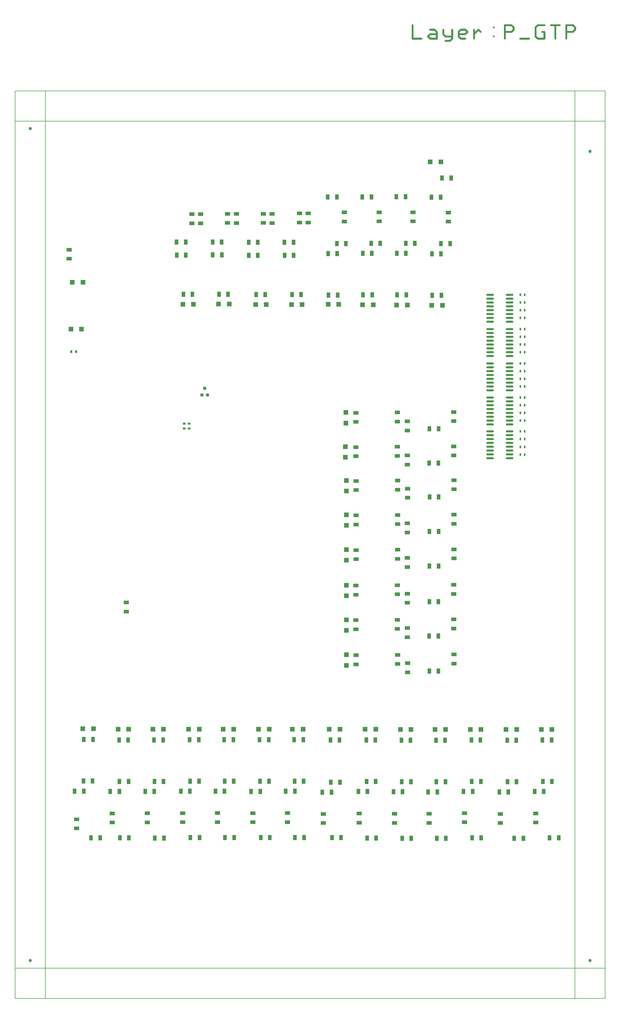
<source format=gtp>
*
%FSTAX26Y26*%
%MOIN*%
G04 A1 - rect37.8x40.2xr9.4 *
%AMA1p_gtp*
22,1,0.019001,0.040200,-0.009500,-0.020100,0.0*
1,1,0.018799,-0.009500,-0.010700*
1,1,0.018799,-0.009500,0.010700*
20,1,0.018799,-0.009500,-0.010700,-0.009500,0.010700,0.0*
1,1,0.018799,0.009500,-0.010700*
1,1,0.018799,0.009500,0.010700*
20,1,0.018799,0.009500,-0.010700,0.009500,0.010700,0.0*
%
G04 A2 - print *
%AMA2p_gtp*
1,1,0.024000,0.013681,0.185154*
1,1,0.024000,0.013681,0.010319*
20,1,0.024000,0.013681,0.185154,0.013681,0.010319,0.0*
1,1,0.024000,0.013681,0.010319*
1,1,0.024000,0.130237,0.010319*
20,1,0.024000,0.013681,0.010319,0.130237,0.010319,0.0*
1,1,0.024000,0.242820,0.126876*
1,1,0.024000,0.301098,0.126876*
20,1,0.024000,0.242820,0.126876,0.301098,0.126876,0.0*
1,1,0.024000,0.301098,0.126876*
1,1,0.024000,0.330237,0.097737*
20,1,0.024000,0.301098,0.126876,0.330237,0.097737,0.0*
1,1,0.024000,0.330237,0.097737*
1,1,0.024000,0.330237,0.010319*
20,1,0.024000,0.330237,0.097737,0.330237,0.010319,0.0*
1,1,0.024000,0.330237,0.010319*
1,1,0.024000,0.242820,0.010319*
20,1,0.024000,0.330237,0.010319,0.242820,0.010319,0.0*
1,1,0.024000,0.242820,0.010319*
1,1,0.024000,0.213681,0.039458*
20,1,0.024000,0.242820,0.010319,0.213681,0.039458,0.0*
1,1,0.024000,0.213681,0.039458*
1,1,0.024000,0.242820,0.068598*
20,1,0.024000,0.213681,0.039458,0.242820,0.068598,0.0*
1,1,0.024000,0.242820,0.068598*
1,1,0.024000,0.330237,0.068598*
20,1,0.024000,0.242820,0.068598,0.330237,0.068598,0.0*
1,1,0.024000,0.413681,0.126876*
1,1,0.024000,0.413681,0.068598*
20,1,0.024000,0.413681,0.126876,0.413681,0.068598,0.0*
1,1,0.024000,0.413681,0.068598*
1,1,0.024000,0.442820,0.039458*
20,1,0.024000,0.413681,0.068598,0.442820,0.039458,0.0*
1,1,0.024000,0.442820,0.039458*
1,1,0.024000,0.530237,0.039458*
20,1,0.024000,0.442820,0.039458,0.530237,0.039458,0.0*
1,1,0.024000,0.530237,0.126876*
1,1,0.024000,0.530237,0.010319*
20,1,0.024000,0.530237,0.126876,0.530237,0.010319,0.0*
1,1,0.024000,0.530237,0.010319*
1,1,0.024000,0.501098,-0.018820*
20,1,0.024000,0.530237,0.010319,0.501098,-0.018820,0.0*
1,1,0.024000,0.501098,-0.018820*
1,1,0.024000,0.442820,-0.018820*
20,1,0.024000,0.501098,-0.018820,0.442820,-0.018820,0.0*
1,1,0.024000,0.701098,0.010319*
1,1,0.024000,0.642820,0.010319*
20,1,0.024000,0.701098,0.010319,0.642820,0.010319,0.0*
1,1,0.024000,0.642820,0.010319*
1,1,0.024000,0.613681,0.039458*
20,1,0.024000,0.642820,0.010319,0.613681,0.039458,0.0*
1,1,0.024000,0.613681,0.039458*
1,1,0.024000,0.613681,0.097737*
20,1,0.024000,0.613681,0.039458,0.613681,0.097737,0.0*
1,1,0.024000,0.613681,0.097737*
1,1,0.024000,0.642820,0.126876*
20,1,0.024000,0.613681,0.097737,0.642820,0.126876,0.0*
1,1,0.024000,0.642820,0.126876*
1,1,0.024000,0.701098,0.126876*
20,1,0.024000,0.642820,0.126876,0.701098,0.126876,0.0*
1,1,0.024000,0.701098,0.126876*
1,1,0.024000,0.730237,0.097737*
20,1,0.024000,0.701098,0.126876,0.730237,0.097737,0.0*
1,1,0.024000,0.730237,0.097737*
1,1,0.024000,0.701098,0.068598*
20,1,0.024000,0.730237,0.097737,0.701098,0.068598,0.0*
1,1,0.024000,0.701098,0.068598*
1,1,0.024000,0.613681,0.068598*
20,1,0.024000,0.701098,0.068598,0.613681,0.068598,0.0*
1,1,0.024000,0.813681,0.126876*
1,1,0.024000,0.813681,0.010319*
20,1,0.024000,0.813681,0.126876,0.813681,0.010319,0.0*
1,1,0.024000,0.813681,0.068598*
1,1,0.024000,0.871959,0.126876*
20,1,0.024000,0.813681,0.068598,0.871959,0.126876,0.0*
1,1,0.024000,0.871959,0.126876*
1,1,0.024000,0.901098,0.097737*
20,1,0.024000,0.871959,0.126876,0.901098,0.097737,0.0*
1,1,0.024000,1.071959,0.039458*
1,1,0.024000,1.071959,0.156015*
1,1,0.024000,1.213681,0.010319*
1,1,0.024000,1.213681,0.185154*
20,1,0.024000,1.213681,0.010319,1.213681,0.185154,0.0*
1,1,0.024000,1.213681,0.185154*
1,1,0.024000,1.301098,0.185154*
20,1,0.024000,1.213681,0.185154,1.301098,0.185154,0.0*
1,1,0.024000,1.301098,0.185154*
1,1,0.024000,1.330237,0.156015*
20,1,0.024000,1.301098,0.185154,1.330237,0.156015,0.0*
1,1,0.024000,1.330237,0.156015*
1,1,0.024000,1.330237,0.126876*
20,1,0.024000,1.330237,0.156015,1.330237,0.126876,0.0*
1,1,0.024000,1.330237,0.126876*
1,1,0.024000,1.301098,0.097737*
20,1,0.024000,1.330237,0.126876,1.301098,0.097737,0.0*
1,1,0.024000,1.301098,0.097737*
1,1,0.024000,1.213681,0.097737*
20,1,0.024000,1.301098,0.097737,1.213681,0.097737,0.0*
1,1,0.024000,1.413681,0.010319*
1,1,0.024000,1.530237,0.010319*
20,1,0.024000,1.413681,0.010319,1.530237,0.010319,0.0*
1,1,0.024000,1.642820,0.185154*
1,1,0.024000,1.730237,0.185154*
20,1,0.024000,1.642820,0.185154,1.730237,0.185154,0.0*
1,1,0.024000,1.642820,0.185154*
1,1,0.024000,1.613681,0.156015*
20,1,0.024000,1.642820,0.185154,1.613681,0.156015,0.0*
1,1,0.024000,1.613681,0.156015*
1,1,0.024000,1.613681,0.039458*
20,1,0.024000,1.613681,0.156015,1.613681,0.039458,0.0*
1,1,0.024000,1.613681,0.039458*
1,1,0.024000,1.642820,0.010319*
20,1,0.024000,1.613681,0.039458,1.642820,0.010319,0.0*
1,1,0.024000,1.642820,0.010319*
1,1,0.024000,1.730237,0.010319*
20,1,0.024000,1.642820,0.010319,1.730237,0.010319,0.0*
1,1,0.024000,1.730237,0.010319*
1,1,0.024000,1.730237,0.097737*
20,1,0.024000,1.730237,0.010319,1.730237,0.097737,0.0*
1,1,0.024000,1.730237,0.097737*
1,1,0.024000,1.701098,0.097737*
20,1,0.024000,1.730237,0.097737,1.701098,0.097737,0.0*
1,1,0.024000,1.813681,0.185154*
1,1,0.024000,1.930237,0.185154*
20,1,0.024000,1.813681,0.185154,1.930237,0.185154,0.0*
1,1,0.024000,1.871959,0.185154*
1,1,0.024000,1.871959,0.010319*
20,1,0.024000,1.871959,0.185154,1.871959,0.010319,0.0*
1,1,0.024000,2.013681,0.010319*
1,1,0.024000,2.013681,0.185154*
20,1,0.024000,2.013681,0.010319,2.013681,0.185154,0.0*
1,1,0.024000,2.013681,0.185154*
1,1,0.024000,2.101098,0.185154*
20,1,0.024000,2.013681,0.185154,2.101098,0.185154,0.0*
1,1,0.024000,2.101098,0.185154*
1,1,0.024000,2.130237,0.156015*
20,1,0.024000,2.101098,0.185154,2.130237,0.156015,0.0*
1,1,0.024000,2.130237,0.156015*
1,1,0.024000,2.130237,0.126876*
20,1,0.024000,2.130237,0.156015,2.130237,0.126876,0.0*
1,1,0.024000,2.130237,0.126876*
1,1,0.024000,2.101098,0.097737*
20,1,0.024000,2.130237,0.126876,2.101098,0.097737,0.0*
1,1,0.024000,2.101098,0.097737*
1,1,0.024000,2.013681,0.097737*
20,1,0.024000,2.101098,0.097737,2.013681,0.097737,0.0*
%
%ADD10R,0.059055X0.059055*%
%ADD11R,0.045276X0.070866*%
%ADD12R,0.070866X0.045276*%
%ADD13R,0.035433X0.025591*%
%ADD14R,0.023622X0.035433*%
%ADD15O,0.098425X0.027559*%
%ADD16A1p_gtp*%
%ADD17R,0.025591X0.035433*%
%ADD18C,0.006000*%
%ADD19C,0.040354*%
%ADD20A2p_gtp*%
%IPPOS*%
%LNp_gtp*%
%LPD*%
G75*
G54D10*
X03597362Y09031594D03*
X03735157D03*
X00864803Y08710098D03*
X00727008D03*
X03169724Y03504508D03*
X0330752D03*
X05540354Y10887421D03*
X05402559D03*
X02649213Y09035728D03*
X02787008D03*
X02184843Y09034154D03*
X02322638D03*
X03131693Y09031594D03*
X03269488D03*
X00883622Y09320531D03*
X00745827D03*
X04211339Y09031791D03*
X04073543D03*
X04660866Y09027736D03*
X04523071D03*
X05103701Y09024941D03*
X04965906D03*
X05560945Y0902002D03*
X0542315D03*
X03609843Y03504783D03*
X03747638D03*
X0088315Y03508957D03*
X01020945D03*
X01341654Y03503799D03*
X01479449D03*
X01793937Y0350439D03*
X01931732D03*
X02259409Y03504508D03*
X02397205D03*
X02707362Y03504469D03*
X02845157D03*
X04088976Y03504941D03*
X04226772D03*
X04555984Y03504154D03*
X0469378D03*
X05013583Y03499665D03*
X05151378D03*
X05463465Y03499705D03*
X0560126D03*
X05924016Y03500531D03*
X06061811D03*
X06389567Y03499823D03*
X06527362D03*
X06848425Y03499902D03*
X0698622D03*
G54D11*
X03255433Y09159429D03*
X03137323D03*
X05509134Y05164744D03*
X05391024D03*
X0550752Y04716083D03*
X05389409D03*
X05509843Y0425935D03*
X05391732D03*
X05510236Y05627657D03*
X05392126D03*
X05510669Y06078209D03*
X05392559D03*
X05512717Y06526673D03*
X05394606D03*
X0550752Y06965768D03*
X05389409D03*
X05510512Y07412303D03*
X05392402D03*
X00989409Y02088839D03*
X0110752D03*
X05673504Y10675413D03*
X05555394D03*
X04197244Y09154665D03*
X04079134D03*
X04647244Y09155256D03*
X04529134D03*
X05090512Y09156713D03*
X04972402D03*
X05547087Y09151594D03*
X05428976D03*
X04192244Y09694665D03*
X04074134D03*
X04642244Y09695256D03*
X04524134D03*
X05085512Y09696713D03*
X04967402D03*
X05542087Y09691594D03*
X05423976D03*
X04187244Y10429665D03*
X04069134D03*
X04637244Y10430256D03*
X04519134D03*
X05080512Y10431713D03*
X04962402D03*
X05537087Y10426594D03*
X05418976D03*
X0418815Y09824665D03*
X0430626D03*
X04634134Y09825256D03*
X04752244D03*
X05083976Y09827303D03*
X05202087D03*
X05542165Y09824311D03*
X05660276D03*
X02572087Y09678248D03*
X02690197D03*
X0319122Y0269376D03*
X0307311D03*
X03197756Y02092697D03*
X03315866D03*
X03505591Y09839469D03*
X03623701D03*
X02773228Y09163602D03*
X02655118D03*
X02570709Y09843248D03*
X02688819D03*
X02308543Y09162028D03*
X02190433D03*
X0210311Y09842146D03*
X0222122D03*
X02104134Y09672461D03*
X02222244D03*
X03041575Y09669665D03*
X03159685D03*
X03506575Y0967065D03*
X03624685D03*
X0089622Y03369665D03*
X01014331D03*
X00891378Y02829429D03*
X01009488D03*
X00894488Y02695846D03*
X00776378D03*
X01357835Y02694508D03*
X01239724D03*
X01812165Y02694154D03*
X01694055D03*
X01364724Y02089508D03*
X01482835D03*
X01819055Y02088169D03*
X01937165D03*
X01359724Y02824508D03*
X01477835D03*
X01814055Y02823169D03*
X01932165D03*
X01354724Y03364469D03*
X01472835D03*
X01809055Y03363169D03*
X01927165D03*
X02275591Y02698209D03*
X0215748D03*
X02724921Y02697854D03*
X02606811D03*
X0228248Y02093169D03*
X02400591D03*
X02731811Y0209187D03*
X02849921D03*
X0227748Y02828209D03*
X02395591D03*
X02726811Y0282687D03*
X02844921D03*
X0227248Y03368169D03*
X02390591D03*
X02721811Y0336687D03*
X02839921D03*
X03640236Y02697854D03*
X03522126D03*
X03182795Y03368169D03*
X03300906D03*
X03632126Y0336687D03*
X03750236D03*
X04104449Y03362815D03*
X04222559D03*
X04109449Y02813799D03*
X04227559D03*
X04123386Y02091752D03*
X04241496D03*
X04117205Y02683524D03*
X03999094D03*
X05042205Y0268876D03*
X04924094D03*
X05037598Y02083917D03*
X05155709D03*
X05032598Y02818917D03*
X05150709D03*
X05027598Y03358917D03*
X05145709D03*
X05494449Y02687067D03*
X05376339D03*
X05953386Y02694626D03*
X05835276D03*
X06419055Y02687933D03*
X06300945D03*
X06879646Y02693799D03*
X06761535D03*
X05487953Y02083681D03*
X05606063D03*
X05947992Y02089587D03*
X06066102D03*
X06495394Y02083445D03*
X06613504D03*
X0695626Y02089075D03*
X0707437D03*
X05482953Y02818681D03*
X05601063D03*
X05942992Y02824587D03*
X06061102D03*
X06408268Y02818681D03*
X06526378D03*
X06867283Y02824075D03*
X06985394D03*
X05477953Y03358681D03*
X05596063D03*
X05937992Y03364587D03*
X06056102D03*
X06403268Y03358681D03*
X06521378D03*
X06862283Y03364075D03*
X06980394D03*
X04570079Y03361713D03*
X04688189D03*
X04575079Y02821713D03*
X04693189D03*
X04580079Y02086713D03*
X04698189D03*
X04584961Y02692106D03*
X0446685D03*
X03041575Y0984065D03*
X03159685D03*
X03642126Y0209187D03*
X03760236D03*
X03187795Y02828209D03*
X03305906D03*
X03637126Y0282687D03*
X03755236D03*
X03721378Y09159429D03*
X03603268D03*
G54D12*
X03346496Y10209429D03*
Y10091319D03*
X01447441Y0503439D03*
Y051525D03*
X04285394Y10229744D03*
Y10111634D03*
X0473685Y10229902D03*
Y10111791D03*
X05178346Y10230807D03*
Y10112697D03*
X05636772Y102275D03*
Y1010939D03*
X02880118Y10209547D03*
Y10091437D03*
X02415433Y10206319D03*
Y10088209D03*
X00802441Y02212539D03*
Y0233065D03*
X01265354Y02289705D03*
Y02407815D03*
X01720866Y0229061D03*
Y0240872D03*
X0218311Y02293406D03*
Y02411516D03*
X02633583Y02294311D03*
Y02412421D03*
X03093425Y02293406D03*
Y02411516D03*
X03543937Y02294311D03*
Y02412421D03*
X0401126Y02282028D03*
Y02400138D03*
X04936969Y02284232D03*
Y02402343D03*
X05389016Y02284035D03*
Y02402146D03*
X05849055Y02291949D03*
Y02410059D03*
X06313307Y02283051D03*
Y02401161D03*
X06773346Y02289429D03*
Y02407539D03*
X0447811Y02287421D03*
Y02405531D03*
X03813858Y10216043D03*
Y10097933D03*
X02764882Y10093012D03*
Y10211122D03*
X02301378Y10086988D03*
Y10205098D03*
X03702913Y10097933D03*
Y10216043D03*
X03232441Y10092539D03*
Y1021065D03*
X04434094Y05253681D03*
Y05371791D03*
Y04804232D03*
Y04922343D03*
X04974094Y05258681D03*
Y05376791D03*
Y04809232D03*
Y04927343D03*
X05709094Y05263681D03*
Y05381791D03*
Y04814232D03*
Y04932343D03*
X05103386Y05267972D03*
Y05149862D03*
X05104252Y04819075D03*
Y04700965D03*
X04438189Y04348287D03*
Y04466398D03*
X04978189Y04353287D03*
Y04471398D03*
X05713189Y04358287D03*
Y04476398D03*
X05108425Y04362657D03*
Y04244547D03*
X05713189Y05726634D03*
Y05844744D03*
X04978189Y05721634D03*
Y05839744D03*
X04438189Y05716634D03*
Y05834744D03*
X05106102Y06182776D03*
Y06064665D03*
X05107677Y06634744D03*
Y06516634D03*
X05712638Y06177146D03*
Y06295256D03*
X05712677Y06626634D03*
Y06744744D03*
X04977638Y06172146D03*
Y06290256D03*
X04977677Y06621634D03*
Y06739744D03*
X04437638Y06167146D03*
Y06285256D03*
X04437677Y06616634D03*
Y06734744D03*
X05105906Y05731949D03*
Y05613839D03*
X05104291Y07066122D03*
Y06948012D03*
X05709055Y07066437D03*
Y07184547D03*
X04974055Y07061437D03*
Y07179547D03*
X04434055Y07056437D03*
Y07174547D03*
X04433701Y07501949D03*
Y07620059D03*
X04973701Y07506949D03*
Y07625059D03*
X05708701Y07511949D03*
Y07630059D03*
X05104567Y07509114D03*
Y07391004D03*
X00704055Y09743445D03*
Y09625335D03*
G54D13*
X02266457Y07478406D03*
Y07417382D03*
X02201457Y07478366D03*
Y07417343D03*
G54D14*
X06573937Y09156909D03*
X06632992D03*
X06573937Y08410925D03*
X06632992D03*
X06573937Y08264902D03*
X06632992D03*
X06573937Y07820925D03*
X06632992D03*
X06573937Y08164902D03*
X06632992D03*
X06573937Y08064902D03*
X06632992D03*
X06573937Y07964902D03*
X06632992D03*
X06573937Y07720768D03*
X06632992D03*
X06573937Y07620925D03*
X06632992D03*
X06573937Y07520925D03*
X06632992D03*
X06573937Y07378917D03*
X06632992D03*
X06573937Y07278917D03*
X06632992D03*
X06573937Y07177933D03*
X06632992D03*
X06573937Y07077421D03*
X06632992D03*
X06573937Y08510925D03*
X06632992D03*
X06573937Y08611437D03*
X06632992D03*
X06573937Y08856909D03*
X06632992D03*
X06573937Y08955413D03*
X06632992D03*
X06573937Y08711437D03*
X06632992D03*
X06573937Y09056909D03*
X06632992D03*
G54D15*
X06181457Y09156909D03*
Y09106909D03*
Y09056909D03*
Y09006909D03*
Y08956909D03*
Y08906909D03*
Y08856909D03*
Y08806909D03*
X06433425Y09156909D03*
Y09106909D03*
Y09056909D03*
Y09006909D03*
Y08956909D03*
Y08906909D03*
Y08856909D03*
Y08806909D03*
X06181457Y07378917D03*
Y07328917D03*
Y07278917D03*
Y07228917D03*
Y07178917D03*
Y07128917D03*
Y07078917D03*
Y07028917D03*
X06433425Y07378917D03*
Y07328917D03*
Y07278917D03*
Y07228917D03*
Y07178917D03*
Y07128917D03*
Y07078917D03*
Y07028917D03*
Y07470925D03*
Y07520925D03*
Y07570925D03*
Y07620925D03*
Y07670925D03*
Y07720925D03*
Y07770925D03*
Y07820925D03*
X06181457Y07470925D03*
Y07520925D03*
Y07570925D03*
Y07620925D03*
Y07670925D03*
Y07720925D03*
Y07770925D03*
Y07820925D03*
Y08264902D03*
Y08214902D03*
Y08164902D03*
Y08114902D03*
Y08064902D03*
Y08014902D03*
Y07964902D03*
Y07914902D03*
X06433425Y08264902D03*
Y08214902D03*
Y08164902D03*
Y08114902D03*
Y08064902D03*
Y08014902D03*
Y07964902D03*
Y07914902D03*
Y08360925D03*
Y08410925D03*
Y08460925D03*
Y08510925D03*
Y08560925D03*
Y08610925D03*
Y08660925D03*
Y08710925D03*
X06181457Y08360925D03*
Y08410925D03*
Y08460925D03*
Y08510925D03*
Y08560925D03*
Y08610925D03*
Y08660925D03*
Y08710925D03*
G54D16*
X02429961Y07854941D03*
X02467441Y07939941D03*
X02504961Y07854941D03*
G54D10*
X0431185Y06602933D03*
Y06740728D03*
X04310827Y06155413D03*
Y06293209D03*
X04310433Y05703406D03*
Y05841201D03*
X04310315Y05239862D03*
Y05377657D03*
X0431126Y04790453D03*
Y04928248D03*
X04310079Y04334508D03*
Y04472303D03*
X04303543Y07488209D03*
Y07626004D03*
X04299291Y070425D03*
Y07180295D03*
G54D17*
X00733031Y08417343D03*
X00794055D03*
G54D18*
XY0039372D02*
X07677165D01*
X07283465YD02*
Y11811024D01*
XY11417303D02*
X07677165D01*
X00393701YD02*
Y11811024D01*
XYD02*
Y11811024D01*
X07677165D01*
YD01*
XD01*
G54D19*
X0019685Y00492126D03*
G54D19*
X07480315D03*
G54D19*
X0019685Y11318898D03*
X07480315Y11023622D03*
G54D20*
X05159795Y12480117D03*
M02*

</source>
